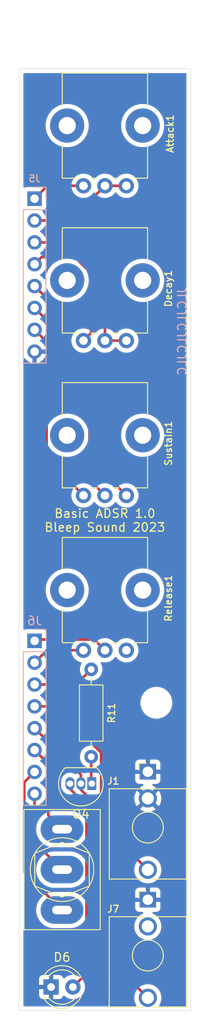
<source format=kicad_pcb>
(kicad_pcb (version 20221018) (generator pcbnew)
  (layers (0 "F.Cu" signal) (31 "B.Cu" signal) (34 "B.Paste" user) (35 "F.Paste" user) (36 "B.SilkS" user "B.Silkscreen") (37 "F.SilkS" user "F.Silkscreen") (38 "B.Mask" user) (39 "F.Mask" user) (44 "Edge.Cuts" user))
  (net 0 "")
  (net 1 "GND")
  (net 2 "+12V")
  (net 3 "/A3")
  (net 4 "/A1")
  (net 5 "/SW3")
  (net 6 "/SW1")
  (net 7 "/R1")
  (net 8 "/D1")
  (net 9 "/01")
  (net 10 "/D3")
  (net 11 "/I1")
  (net 12 "/S3")
  (net 13 "/S2")
  (net 14 "/S1")
  (net 15 "/R3")
  (net 16 "Net-(D6-A)")
  (net 18 "Net-(Q4-C)")
  (net 19 "/SW2")
  (footprint "LED_THT:LED_D4.0mm" (layer "F.Cu") (at 67.725 140.75)
    (fp_text reference "D6" (at 1.27 -3.46) (layer "F.SilkS"))
    (fp_text value "Out-LED")
    (fp_line (start -0.79 -1.399) (end -0.79 -1.08) (stroke (width 0.12)) (layer "F.SilkS"))
    (fp_line (start -0.79 1.08) (end -0.79 1.399) (stroke (width 0.12)) (layer "F.SilkS"))
    (fp_arc (start -0.79 -1.398749) (mid 1.453519 -2.483228) (end 3.513242 -1.080724) (stroke (width 0.12)) (layer "F.SilkS"))
    (fp_arc (start -0.41333 -1.08) (mid 1.269429 -2) (end 2.952713 -1.080961) (stroke (width 0.12)) (layer "F.SilkS"))
    (fp_arc (start 2.952713 1.080961) (mid 1.269429 2) (end -0.41333 1.08) (stroke (width 0.12)) (layer "F.SilkS"))
    (fp_arc (start 3.513242 1.080724) (mid 1.453519 2.483228) (end -0.79 1.398749) (stroke (width 0.12)) (layer "F.SilkS"))
    (pad "1" thru_hole rect (at 0 0) (size 1.8 1.8) (drill 0.9) (layers "*.Cu" "*.Mask") (net 1 "GND"))
    (pad "2" thru_hole circle (at 2.54 0) (size 1.8 1.8) (drill 0.9) (layers "*.Cu" "*.Mask") (net 16 "Net-(D6-A)"))
  )
  (footprint "Kicad-perso:Pot-bourns-alpha" (layer "F.Cu") (at 76.5 83.6 90)
    (fp_text reference "Sustain1" (at 6.05 4.9 90) (layer "F.SilkS") (effects (font (size 0.8 0.8))))
    (fp_text value "10k")
    (fp_line (start 0.88 -7.47) (end 0.88 -5.871) (stroke (width 0.12)) (layer "F.SilkS"))
    (fp_line (start 0.88 -7.47) (end 4.745 -7.47) (stroke (width 0.12)) (layer "F.SilkS"))
    (fp_line (start 0.88 -4.129) (end 0.88 -3.37) (stroke (width 0.12)) (layer "F.SilkS"))
    (fp_line (start 0.88 -1.629) (end 0.88 -0.87) (stroke (width 0.12)) (layer "F.SilkS"))
    (fp_line (start 0.88 0.87) (end 0.88 2.47) (stroke (width 0.12)) (layer "F.SilkS"))
    (fp_line (start 0.88 2.47) (end 4.745 2.47) (stroke (width 0.12)) (layer "F.SilkS"))
    (fp_line (start 9.255 -7.47) (end 13.12 -7.47) (stroke (width 0.12)) (layer "F.SilkS"))
    (fp_line (start 9.255 2.47) (end 13.12 2.47) (stroke (width 0.12)) (layer "F.SilkS"))
    (fp_line (start 13.12 -7.47) (end 13.12 2.47) (stroke (width 0.12)) (layer "F.SilkS"))
    (pad "" np_thru_hole circle (at 7 -6.9 90) (size 4 4) (drill 2) (layers "F&B.Cu" "*.Mask"))
    (pad "" np_thru_hole circle (at 7 1.9 90) (size 4 4) (drill 2) (layers "*.Cu" "*.Mask"))
    (pad "1" thru_hole circle (at 0 -5 90) (size 1.8 1.8) (drill 1) (layers "*.Cu" "*.Mask") (net 14 "/S1"))
    (pad "2" thru_hole circle (at 0 -2.5 90) (size 1.8 1.8) (drill 1) (layers "*.Cu" "*.Mask") (net 13 "/S2"))
    (pad "3" thru_hole circle (at 0 0 90) (size 1.8 1.8) (drill 1) (layers "*.Cu" "*.Mask") (net 12 "/S3"))
  )
  (footprint "Resistor_THT:R_Axial_DIN0207_L6.3mm_D2.5mm_P10.16mm_Horizontal" (layer "F.Cu") (at 72.4 103.82 -90)
    (fp_text reference "R11" (at 5.08 -2.37 90) (layer "F.SilkS") (effects (font (size 0.8 0.8))))
    (fp_text value "1k")
    (fp_line (start 1.04 0) (end 1.81 0) (stroke (width 0.12)) (layer "F.SilkS"))
    (fp_line (start 1.81 -1.37) (end 1.81 1.37) (stroke (width 0.12)) (layer "F.SilkS"))
    (fp_line (start 1.81 1.37) (end 8.35 1.37) (stroke (width 0.12)) (layer "F.SilkS"))
    (fp_line (start 8.35 -1.37) (end 1.81 -1.37) (stroke (width 0.12)) (layer "F.SilkS"))
    (fp_line (start 8.35 1.37) (end 8.35 -1.37) (stroke (width 0.12)) (layer "F.SilkS"))
    (fp_line (start 9.12 0) (end 8.35 0) (stroke (width 0.12)) (layer "F.SilkS"))
    (pad "1" thru_hole circle (at 0 0 270) (size 1.6 1.6) (drill 0.8) (layers "*.Cu" "*.Mask") (net 2 "+12V"))
    (pad "2" thru_hole oval (at 10.16 0 270) (size 1.6 1.6) (drill 0.8) (layers "*.Cu" "*.Mask") (net 18 "Net-(Q4-C)"))
  )
  (footprint "Kicad-perso:Pot-bourns-alpha" (layer "F.Cu") (at 76.5 65.6 90)
    (fp_text reference "Decay1" (at 6.05 4.9 90) (layer "F.SilkS") (effects (font (size 0.8 0.8))))
    (fp_text value "1M")
    (fp_line (start 0.88 -7.47) (end 0.88 -5.871) (stroke (width 0.12)) (layer "F.SilkS"))
    (fp_line (start 0.88 -7.47) (end 4.745 -7.47) (stroke (width 0.12)) (layer "F.SilkS"))
    (fp_line (start 0.88 -4.129) (end 0.88 -3.37) (stroke (width 0.12)) (layer "F.SilkS"))
    (fp_line (start 0.88 -1.629) (end 0.88 -0.87) (stroke (width 0.12)) (layer "F.SilkS"))
    (fp_line (start 0.88 0.87) (end 0.88 2.47) (stroke (width 0.12)) (layer "F.SilkS"))
    (fp_line (start 0.88 2.47) (end 4.745 2.47) (stroke (width 0.12)) (layer "F.SilkS"))
    (fp_line (start 9.255 -7.47) (end 13.12 -7.47) (stroke (width 0.12)) (layer "F.SilkS"))
    (fp_line (start 9.255 2.47) (end 13.12 2.47) (stroke (width 0.12)) (layer "F.SilkS"))
    (fp_line (start 13.12 -7.47) (end 13.12 2.47) (stroke (width 0.12)) (layer "F.SilkS"))
    (pad "" np_thru_hole circle (at 7 -6.9 90) (size 4 4) (drill 2) (layers "F&B.Cu" "*.Mask"))
    (pad "" np_thru_hole circle (at 7 1.9 90) (size 4 4) (drill 2) (layers "*.Cu" "*.Mask"))
    (pad "1" thru_hole circle (at 0 -5 90) (size 1.8 1.8) (drill 1) (layers "*.Cu" "*.Mask") (net 8 "/D1"))
    (pad "2" thru_hole circle (at 0 -2.5 90) (size 1.8 1.8) (drill 1) (layers "*.Cu" "*.Mask") (net 10 "/D3"))
    (pad "3" thru_hole circle (at 0 0 90) (size 1.8 1.8) (drill 1) (layers "*.Cu" "*.Mask") (net 10 "/D3"))
  )
  (footprint "Kicad-perso:Pot-bourns-alpha" (layer "F.Cu") (at 76.5 101.6 90)
    (fp_text reference "Release1" (at 6.05 4.9 90) (layer "F.SilkS") (effects (font (size 0.8 0.8))))
    (fp_text value "1M")
    (fp_line (start 0.88 -7.47) (end 0.88 -5.871) (stroke (width 0.12)) (layer "F.SilkS"))
    (fp_line (start 0.88 -7.47) (end 4.745 -7.47) (stroke (width 0.12)) (layer "F.SilkS"))
    (fp_line (start 0.88 -4.129) (end 0.88 -3.37) (stroke (width 0.12)) (layer "F.SilkS"))
    (fp_line (start 0.88 -1.629) (end 0.88 -0.87) (stroke (width 0.12)) (layer "F.SilkS"))
    (fp_line (start 0.88 0.87) (end 0.88 2.47) (stroke (width 0.12)) (layer "F.SilkS"))
    (fp_line (start 0.88 2.47) (end 4.745 2.47) (stroke (width 0.12)) (layer "F.SilkS"))
    (fp_line (start 9.255 -7.47) (end 13.12 -7.47) (stroke (width 0.12)) (layer "F.SilkS"))
    (fp_line (start 9.255 2.47) (end 13.12 2.47) (stroke (width 0.12)) (layer "F.SilkS"))
    (fp_line (start 13.12 -7.47) (end 13.12 2.47) (stroke (width 0.12)) (layer "F.SilkS"))
    (pad "" np_thru_hole circle (at 7 -6.9 90) (size 4 4) (drill 2) (layers "F&B.Cu" "*.Mask"))
    (pad "" np_thru_hole circle (at 7 1.9 90) (size 4 4) (drill 2) (layers "*.Cu" "*.Mask"))
    (pad "1" thru_hole circle (at 0 -5 90) (size 1.8 1.8) (drill 1) (layers "*.Cu" "*.Mask") (net 7 "/R1"))
    (pad "2" thru_hole circle (at 0 -2.5 90) (size 1.8 1.8) (drill 1) (layers "*.Cu" "*.Mask") (net 15 "/R3"))
    (pad "3" thru_hole circle (at 0 0 90) (size 1.8 1.8) (drill 1) (layers "*.Cu" "*.Mask") (net 15 "/R3"))
  )
  (footprint "Kicad-perso:SW_Toggle_Blue_wSlots" (layer "F.Cu") (at 69 127.1 90)
    (fp_text reference "SW1" hide)
    (fp_text value "Length")
    (fp_line (start -6.985 -4.445) (end 6.985 -4.445) (stroke (width 0.12)) (layer "F.SilkS"))
    (fp_line (start -6.985 4.445) (end -6.985 -4.445) (stroke (width 0.12)) (layer "F.SilkS"))
    (fp_line (start -3.175 0) (end -1.905 -3.175) (stroke (width 0.12)) (layer "F.SilkS"))
    (fp_line (start -1.905 -3.175) (end 1.905 -3.175) (stroke (width 0.12)) (layer "F.SilkS"))
    (fp_line (start -1.905 3.175) (end -3.175 0) (stroke (width 0.12)) (layer "F.SilkS"))
    (fp_line (start 1.905 -3.175) (end 3.175 0) (stroke (width 0.12)) (layer "F.SilkS"))
    (fp_line (start 1.905 3.175) (end -1.905 3.175) (stroke (width 0.12)) (layer "F.SilkS"))
    (fp_line (start 3.175 0) (end 1.905 3.175) (stroke (width 0.12)) (layer "F.SilkS"))
    (fp_line (start 6.985 -4.445) (end 6.985 4.445) (stroke (width 0.12)) (layer "F.SilkS"))
    (fp_line (start 6.985 4.445) (end -6.985 4.445) (stroke (width 0.12)) (layer "F.SilkS"))
    (fp_circle (center 0 0) (end 1.905 3.175) (stroke (width 0.12)) (fill none) (layer "F.SilkS"))
    (pad "1" thru_hole oval (at -4.7 0 90) (size 3.2 5) (drill oval 1 2.3) (layers "*.Cu" "*.Mask") (net 6 "/SW1"))
    (pad "2" thru_hole oval (at 0 0 90) (size 3.2 5) (drill oval 1 2.3) (layers "*.Cu" "*.Mask") (net 19 "/SW2"))
    (pad "3" thru_hole oval (at 4.7 0 90) (size 3.2 5) (drill oval 1 2.3) (layers "*.Cu" "*.Mask") (net 5 "/SW3"))
  )
  (footprint "Kicad-perso:Thonkiconn" (layer "F.Cu") (at 79 130.6)
    (fp_text reference "J7" (at -4.03 1.08 180) (layer "F.SilkS") (effects (font (size 0.8 0.8))))
    (fp_text value "Output")
    (fp_line (start -4.5 1.98) (end -4.5 12.48) (stroke (width 0.12)) (layer "F.SilkS"))
    (fp_line (start -1.06 -1) (end -1.06 -0.2) (stroke (width 0.12)) (layer "F.SilkS"))
    (fp_line (start -1.06 -1) (end -0.2 -1) (stroke (width 0.12)) (layer "F.SilkS"))
    (fp_line (start -0.5 12.48) (end -4.5 12.48) (stroke (width 0.12)) (layer "F.SilkS"))
    (fp_line (start -0.35 1.98) (end -4.5 1.98) (stroke (width 0.12)) (layer "F.SilkS"))
    (fp_line (start 4.5 1.98) (end 0.35 1.98) (stroke (width 0.12)) (layer "F.SilkS"))
    (fp_line (start 4.5 1.98) (end 4.5 12.48) (stroke (width 0.12)) (layer "F.SilkS"))
    (fp_line (start 4.5 12.48) (end 0.5 12.48) (stroke (width 0.12)) (layer "F.SilkS"))
    (fp_circle (center 0 6.48) (end 1.8 6.48) (stroke (width 0.12)) (fill none) (layer "F.SilkS"))
    (pad "S" thru_hole rect (at 0 0 180) (size 1.93 1.83) (drill 1.22) (layers "*.Cu" "*.Mask") (net 1 "GND"))
    (pad "T" thru_hole circle (at 0 11.4 180) (size 2.13 2.13) (drill 1.43) (layers "*.Cu" "*.Mask") (net 9 "/01"))
    (pad "TN" thru_hole circle (at 0 3.1 180) (size 2.13 2.13) (drill 1.42) (layers "*.Cu" "*.Mask"))
  )
  (footprint "Kicad-perso:Thonkiconn" (layer "F.Cu") (at 79 115.72)
    (fp_text reference "J1" (at -4.03 1.08 180) (layer "F.SilkS") (effects (font (size 0.8 0.8))))
    (fp_text value "In")
    (fp_line (start -4.5 1.98) (end -4.5 12.48) (stroke (width 0.12)) (layer "F.SilkS"))
    (fp_line (start -1.06 -1) (end -1.06 -0.2) (stroke (width 0.12)) (layer "F.SilkS"))
    (fp_line (start -1.06 -1) (end -0.2 -1) (stroke (width 0.12)) (layer "F.SilkS"))
    (fp_line (start -0.5 12.48) (end -4.5 12.48) (stroke (width 0.12)) (layer "F.SilkS"))
    (fp_line (start -0.35 1.98) (end -4.5 1.98) (stroke (width 0.12)) (layer "F.SilkS"))
    (fp_line (start 4.5 1.98) (end 0.35 1.98) (stroke (width 0.12)) (layer "F.SilkS"))
    (fp_line (start 4.5 1.98) (end 4.5 12.48) (stroke (width 0.12)) (layer "F.SilkS"))
    (fp_line (start 4.5 12.48) (end 0.5 12.48) (stroke (width 0.12)) (layer "F.SilkS"))
    (fp_circle (center 0 6.48) (end 1.8 6.48) (stroke (width 0.12)) (fill none) (layer "F.SilkS"))
    (pad "S" thru_hole rect (at 0 0 180) (size 1.93 1.83) (drill 1.22) (layers "*.Cu" "*.Mask") (net 1 "GND"))
    (pad "T" thru_hole circle (at 0 11.4 180) (size 2.13 2.13) (drill 1.43) (layers "*.Cu" "*.Mask") (net 11 "/I1"))
    (pad "TN" thru_hole circle (at 0 3.1 180) (size 2.13 2.13) (drill 1.42) (layers "*.Cu" "*.Mask") (net 1 "GND"))
  )
  (footprint "MountingHole:MountingHole_3.2mm_M3" (layer "F.Cu") (at 80 107.7)
    (fp_text reference "H3" hide)
    (fp_text value "SpacerHoles")
    (pad "" np_thru_hole circle (at 0 0) (size 3.2 3.2) (drill 3.2) (layers "*.Cu" "*.Mask"))
  )
  (footprint "Kicad-perso:Pot-bourns-alpha" (layer "F.Cu") (at 76.5 47.6 90)
    (fp_text reference "Attack1" (at 6.05 5.1 90) (layer "F.SilkS") (effects (font (size 0.8 0.8))))
    (fp_text value "1M")
    (fp_line (start 0.88 -7.47) (end 0.88 -5.871) (stroke (width 0.12)) (layer "F.SilkS"))
    (fp_line (start 0.88 -7.47) (end 4.745 -7.47) (stroke (width 0.12)) (layer "F.SilkS"))
    (fp_line (start 0.88 -4.129) (end 0.88 -3.37) (stroke (width 0.12)) (layer "F.SilkS"))
    (fp_line (start 0.88 -1.629) (end 0.88 -0.87) (stroke (width 0.12)) (layer "F.SilkS"))
    (fp_line (start 0.88 0.87) (end 0.88 2.47) (stroke (width 0.12)) (layer "F.SilkS"))
    (fp_line (start 0.88 2.47) (end 4.745 2.47) (stroke (width 0.12)) (layer "F.SilkS"))
    (fp_line (start 9.255 -7.47) (end 13.12 -7.47) (stroke (width 0.12)) (layer "F.SilkS"))
    (fp_line (start 9.255 2.47) (end 13.12 2.47) (stroke (width 0.12)) (layer "F.SilkS"))
    (fp_line (start 13.12 -7.47) (end 13.12 2.47) (stroke (width 0.12)) (layer "F.SilkS"))
    (pad "" np_thru_hole circle (at 7 -6.9 90) (size 4 4) (drill 2) (layers "F&B.Cu" "*.Mask"))
    (pad "" np_thru_hole circle (at 7 1.9 90) (size 4 4) (drill 2) (layers "*.Cu" "*.Mask"))
    (pad "1" thru_hole circle (at 0 -5 90) (size 1.8 1.8) (drill 1) (layers "*.Cu" "*.Mask") (net 4 "/A1"))
    (pad "2" thru_hole circle (at 0 -2.5 90) (size 1.8 1.8) (drill 1) (layers "*.Cu" "*.Mask") (net 3 "/A3"))
    (pad "3" thru_hole circle (at 0 0 90) (size 1.8 1.8) (drill 1) (layers "*.Cu" "*.Mask") (net 3 "/A3"))
  )
  (footprint "Package_TO_SOT_THT:TO-92_Inline" (layer "F.Cu") (at 72.47 117.1 180)
    (fp_text reference "Q4" (at 1.27 -3.56) (layer "F.SilkS"))
    (fp_text value "BC547")
    (fp_line (start -0.53 1.85) (end 3.07 1.85) (stroke (width 0.12)) (layer "F.SilkS"))
    (fp_arc (start -0.568478 1.838478) (mid -1.132087 -0.994977) (end 1.27 -2.6) (stroke (width 0.12)) (layer "F.SilkS"))
    (fp_arc (start 1.27 -2.6) (mid 3.672087 -0.994977) (end 3.108478 1.838478) (stroke (width 0.12)) (layer "F.SilkS"))
    (pad "1" thru_hole rect (at 0 0 180) (size 1.05 1.5) (drill 0.75) (layers "*.Cu" "*.Mask") (net 18 "Net-(Q4-C)"))
    (pad "2" thru_hole oval (at 1.27 0 180) (size 1.05 1.5) (drill 0.75) (layers "*.Cu" "*.Mask") (net 9 "/01"))
    (pad "3" thru_hole oval (at 2.54 0 180) (size 1.05 1.5) (drill 0.75) (layers "*.Cu" "*.Mask") (net 16 "Net-(D6-A)"))
  )
  (footprint "Connector_PinHeader_2.54mm:PinHeader_1x08_P2.54mm_Vertical" (layer "B.Cu") (at 65.8 49.1 180)
    (fp_text reference "J5" (at 0 2.33) (layer "B.SilkS") (effects (font (size 0.8 0.8)) (justify mirror)))
    (fp_text value "Conn_Jack")
    (fp_line (start -1.33 -19.11) (end 1.33 -19.11) (stroke (width 0.12)) (layer "B.SilkS"))
    (fp_line (start -1.33 -1.27) (end -1.33 -19.11) (stroke (width 0.12)) (layer "B.SilkS"))
    (fp_line (start -1.33 -1.27) (end 1.33 -1.27) (stroke (width 0.12)) (layer "B.SilkS"))
    (fp_line (start -1.33 0) (end -1.33 1.33) (stroke (width 0.12)) (layer "B.SilkS"))
    (fp_line (start -1.33 1.33) (end 0 1.33) (stroke (width 0.12)) (layer "B.SilkS"))
    (fp_line (start 1.33 -1.27) (end 1.33 -19.11) (stroke (width 0.12)) (layer "B.SilkS"))
    (pad "1" thru_hole rect locked (at 0 0 180) (size 1.7 1.7) (drill 1) (layers "*.Cu" "*.Mask") (net 4 "/A1"))
    (pad "2" thru_hole oval locked (at 0 -2.54 180) (size 1.7 1.7) (drill 1) (layers "*.Cu" "*.Mask") (net 3 "/A3"))
    (pad "3" thru_hole oval locked (at 0 -5.08 180) (size 1.7 1.7) (drill 1) (layers "*.Cu" "*.Mask") (net 10 "/D3"))
    (pad "4" thru_hole oval locked (at 0 -7.62 180) (size 1.7 1.7) (drill 1) (layers "*.Cu" "*.Mask") (net 8 "/D1"))
    (pad "5" thru_hole oval locked (at 0 -10.16 180) (size 1.7 1.7) (drill 1) (layers "*.Cu" "*.Mask") (net 12 "/S3"))
    (pad "6" thru_hole oval locked (at 0 -12.7 180) (size 1.7 1.7) (drill 1) (layers "*.Cu" "*.Mask") (net 13 "/S2"))
    (pad "7" thru_hole oval locked (at 0 -15.24 180) (size 1.7 1.7) (drill 1) (layers "*.Cu" "*.Mask") (net 14 "/S1"))
    (pad "8" thru_hole oval locked (at 0 -17.78 180) (size 1.7 1.7) (drill 1) (layers "*.Cu" "*.Mask") (net 1 "GND"))
  )
  (footprint "Connector_PinHeader_2.54mm:PinHeader_1x08_P2.54mm_Vertical" (layer "B.Cu") (at 65.8 100.5 180)
    (fp_text reference "J6" (at 0 2.33) (layer "B.SilkS") (effects (justify mirror)))
    (fp_text value "Conn_Jack")
    (fp_line (start -1.33 -19.11) (end 1.33 -19.11) (stroke (width 0.12)) (layer "B.SilkS"))
    (fp_line (start -1.33 -1.27) (end -1.33 -19.11) (stroke (width 0.12)) (layer "B.SilkS"))
    (fp_line (start -1.33 -1.27) (end 1.33 -1.27) (stroke (width 0.12)) (layer "B.SilkS"))
    (fp_line (start -1.33 0) (end -1.33 1.33) (stroke (width 0.12)) (layer "B.SilkS"))
    (fp_line (start -1.33 1.33) (end 0 1.33) (stroke (width 0.12)) (layer "B.SilkS"))
    (fp_line (start 1.33 -1.27) (end 1.33 -19.11) (stroke (width 0.12)) (layer "B.SilkS"))
    (pad "1" thru_hole rect locked (at 0 0 180) (size 1.7 1.7) (drill 1) (layers "*.Cu" "*.Mask") (net 15 "/R3"))
    (pad "2" thru_hole oval locked (at 0 -2.54 180) (size 1.7 1.7) (drill 1) (layers "*.Cu" "*.Mask") (net 7 "/R1"))
    (pad "3" thru_hole oval locked (at 0 -5.08 180) (size 1.7 1.7) (drill 1) (layers "*.Cu" "*.Mask") (net 2 "+12V"))
    (pad "4" thru_hole oval locked (at 0 -7.62 180) (size 1.7 1.7) (drill 1) (layers "*.Cu" "*.Mask") (net 11 "/I1"))
    (pad "5" thru_hole oval locked (at 0 -10.16 180) (size 1.7 1.7) (drill 1) (layers "*.Cu" "*.Mask") (net 9 "/01"))
    (pad "6" thru_hole oval locked (at 0 -12.7 180) (size 1.7 1.7) (drill 1) (layers "*.Cu" "*.Mask") (net 5 "/SW3"))
    (pad "7" thru_hole oval locked (at 0 -15.24 180) (size 1.7 1.7) (drill 1) (layers "*.Cu" "*.Mask") (net 6 "/SW1"))
    (pad "8" thru_hole oval locked (at 0 -17.78 180) (size 1.7 1.7) (drill 1) (layers "*.Cu" "*.Mask") (net 19 "/SW2"))
  )
  (gr_line (start 64 34) (end 84 34) (stroke (width 0.05)) (layer "Edge.Cuts"))
  (gr_line (start 84 34) (end 84 143.5) (stroke (width 0.05)) (layer "Edge.Cuts"))
  (gr_line (start 64 143.5) (end 84 143.5) (stroke (width 0.05)) (layer "Edge.Cuts"))
  (gr_line (start 64 34) (end 64 143.5) (stroke (width 0.05)) (layer "Edge.Cuts"))
  (gr_text "JLCJLCJLCJLC\n" (at 83 64.5 90) (layer "B.SilkS") (effects (font (size 1 1)) (justify mirror)))
  (gr_text "Basic ADSR 1.0\nBleep Sound 2023" (at 74 86.5) (layer "F.SilkS") (effects (font (size 1 1))))
  (segment (start 65.8 105.58) (end 70.64 105.58) (width 0.3) (layer "F.Cu") (net 2))
  (segment (start 70.64 105.58) (end 72.4 103.82) (width 0.3) (layer "F.Cu") (net 2))
  (segment (start 69.96 51.64) (end 65.8 51.64) (width 0.3) (layer "F.Cu") (net 3))
  (segment (start 74 47.6) (end 76.5 47.6) (width 0.3) (layer "F.Cu") (net 3))
  (segment (start 74 47.6) (end 69.96 51.64) (width 0.3) (layer "F.Cu") (net 3))
  (segment (start 67.3 47.6) (end 65.8 49.1) (width 0.3) (layer "F.Cu") (net 4))
  (segment (start 71.5 47.6) (end 67.3 47.6) (width 0.3) (layer "F.Cu") (net 4))
  (segment (start 67.4 114.8) (end 65.8 113.2) (width 0.3) (layer "F.Cu") (net 5))
  (segment (start 67.4 120.8) (end 67.4 114.8) (width 0.3) (layer "F.Cu") (net 5))
  (segment (start 69 122.4) (end 67.4 120.8) (width 0.3) (layer "F.Cu") (net 5))
  (segment (start 64.6 116.94) (end 65.8 115.74) (width 0.3) (layer "F.Cu") (net 6))
  (segment (start 64.6 127.4) (end 64.6 116.94) (width 0.3) (layer "F.Cu") (net 6))
  (segment (start 69 131.8) (end 64.6 127.4) (width 0.3) (layer "F.Cu") (net 6))
  (segment (start 71.5 101.6) (end 67.24 101.6) (width 0.3) (layer "F.Cu") (net 7))
  (segment (start 67.24 101.6) (end 65.8 103.04) (width 0.3) (layer "F.Cu") (net 7))
  (segment (start 71.5 65.6) (end 72.4 64.7) (width 0.3) (layer "F.Cu") (net 8))
  (segment (start 72.4 64.7) (end 72.4 57.8) (width 0.3) (layer "F.Cu") (net 8))
  (segment (start 72.4 57.8) (end 70.47 55.87) (width 0.3) (layer "F.Cu") (net 8))
  (segment (start 70.47 55.87) (end 66.65 55.87) (width 0.3) (layer "F.Cu") (net 8))
  (segment (start 66.65 55.87) (end 65.8 56.72) (width 0.3) (layer "F.Cu") (net 8))
  (segment (start 72.35 118.955) (end 71.2 117.805) (width 0.3) (layer "F.Cu") (net 9))
  (segment (start 79 142) (end 72.35 135.35) (width 0.3) (layer "F.Cu") (net 9))
  (segment (start 71.2 116.06) (end 65.8 110.66) (width 0.3) (layer "F.Cu") (net 9))
  (segment (start 71.2 117.805) (end 71.2 117.1) (width 0.3) (layer "F.Cu") (net 9))
  (segment (start 72.35 135.35) (end 72.35 118.955) (width 0.3) (layer "F.Cu") (net 9))
  (segment (start 71.2 117.1) (end 71.2 116.06) (width 0.3) (layer "F.Cu") (net 9))
  (segment (start 76.5 65.6) (end 74 65.6) (width 0.3) (layer "F.Cu") (net 10))
  (segment (start 74 58.692894) (end 69.487106 54.18) (width 0.3) (layer "F.Cu") (net 10))
  (segment (start 74 65.6) (end 74 58.692894) (width 0.3) (layer "F.Cu") (net 10))
  (segment (start 69.487106 54.18) (end 65.8 54.18) (width 0.3) (layer "F.Cu") (net 10))
  (segment (start 73.55 113.503654) (end 68.166346 108.12) (width 0.3) (layer "F.Cu") (net 11))
  (segment (start 73.55 121.67) (end 73.55 113.503654) (width 0.3) (layer "F.Cu") (net 11))
  (segment (start 79 127.12) (end 73.55 121.67) (width 0.3) (layer "F.Cu") (net 11))
  (segment (start 68.166346 108.12) (end 65.8 108.12) (width 0.3) (layer "F.Cu") (net 11))
  (segment (start 68.4 69) (end 68.4 61.86) (width 0.3) (layer "F.Cu") (net 12))
  (segment (start 72.7 79.8) (end 72.7 73.3) (width 0.3) (layer "F.Cu") (net 12))
  (segment (start 68.4 61.86) (end 65.8 59.26) (width 0.3) (layer "F.Cu") (net 12))
  (segment (start 72.7 73.3) (end 68.4 69) (width 0.3) (layer "F.Cu") (net 12))
  (segment (start 76.5 83.6) (end 72.7 79.8) (width 0.3) (layer "F.Cu") (net 12))
  (segment (start 67.7 69.1) (end 67.7 63.7) (width 0.3) (layer "F.Cu") (net 13))
  (segment (start 74 83.6) (end 72.2 81.8) (width 0.3) (layer "F.Cu") (net 13))
  (segment (start 72.2 81.8) (end 72.2 73.6) (width 0.3) (layer "F.Cu") (net 13))
  (segment (start 72.2 73.6) (end 67.7 69.1) (width 0.3) (layer "F.Cu") (net 13))
  (segment (start 67.7 63.7) (end 65.8 61.8) (width 0.3) (layer "F.Cu") (net 13))
  (segment (start 67.2 65.74) (end 65.8 64.34) (width 0.3) (layer "F.Cu") (net 14))
  (segment (start 71.5 83.6) (end 67.2 79.3) (width 0.3) (layer "F.Cu") (net 14))
  (segment (start 67.2 79.3) (end 67.2 65.74) (width 0.3) (layer "F.Cu") (net 14))
  (segment (start 65.95 100.35) (end 65.8 100.5) (width 0.3) (layer "F.Cu") (net 15))
  (segment (start 72.75 100.35) (end 65.95 100.35) (width 0.3) (layer "F.Cu") (net 15))
  (segment (start 74 101.6) (end 72.75 100.35) (width 0.3) (layer "F.Cu") (net 15))
  (segment (start 71.85 119.62) (end 71.85 139.165) (width 0.3) (layer "F.Cu") (net 16))
  (segment (start 71.85 139.165) (end 70.265 140.75) (width 0.3) (layer "F.Cu") (net 16))
  (segment (start 69.93 117.1) (end 69.93 117.7) (width 0.3) (layer "F.Cu") (net 16))
  (segment (start 69.93 117.7) (end 71.85 119.62) (width 0.3) (layer "F.Cu") (net 16))
  (segment (start 72.4 117.03) (end 72.47 117.1) (width 0.3) (layer "F.Cu") (net 18))
  (segment (start 72.4 113.98) (end 72.4 117.03) (width 0.3) (layer "F.Cu") (net 18))
  (segment (start 69 127.1) (end 65.8 123.9) (width 0.3) (layer "F.Cu") (net 19))
  (segment (start 65.8 123.9) (end 65.8 118.28) (width 0.3) (layer "F.Cu") (net 19))
  (zone (net 1) (net_name "GND") (layers "F&B.Cu") (priority 1) (connect_pads (clearance 0.508)) (min_thickness 0.25) (fill yes (thermal_gap 0.5) (thermal_bridge_width 0.5))
    (polygon (pts (xy 84 143.5) (xy 64 143.5) (xy 64 34) (xy 84 34)))
  )
)
</source>
